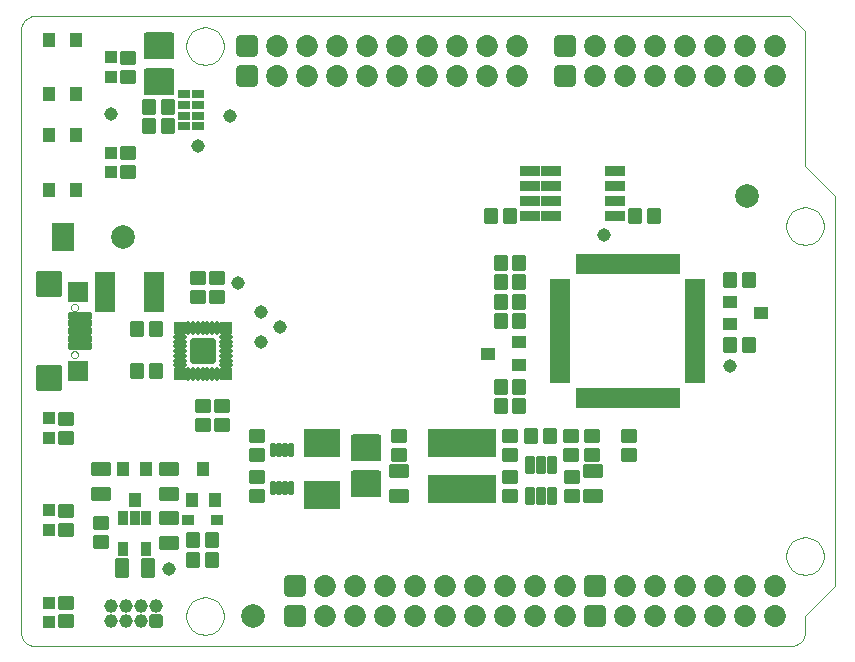
<source format=gbr>
G04 PROTEUS RS274X GERBER FILE*
%FSLAX45Y45*%
%MOMM*%
G01*
%AMPPAD050*
4,1,48,
-0.552000,-0.023800,
-0.552000,0.023800,
-0.550970,0.044920,
-0.547960,0.065350,
-0.543040,0.085000,
-0.527890,0.121580,
-0.506270,0.153910,
-0.478920,0.181270,
-0.446580,0.202890,
-0.410000,0.218040,
-0.390350,0.222960,
-0.369920,0.225970,
-0.348800,0.227000,
0.348800,0.227000,
0.369920,0.225970,
0.390350,0.222960,
0.410000,0.218040,
0.446580,0.202890,
0.478920,0.181270,
0.506270,0.153910,
0.527890,0.121580,
0.543040,0.085000,
0.547960,0.065350,
0.550970,0.044920,
0.552000,0.023800,
0.552000,-0.023800,
0.550970,-0.044920,
0.547960,-0.065350,
0.543040,-0.085000,
0.527890,-0.121580,
0.506270,-0.153910,
0.478920,-0.181270,
0.446580,-0.202890,
0.410000,-0.218040,
0.390350,-0.222960,
0.369920,-0.225970,
0.348800,-0.227000,
-0.348800,-0.227000,
-0.369920,-0.225970,
-0.390350,-0.222960,
-0.410000,-0.218040,
-0.446580,-0.202890,
-0.478920,-0.181270,
-0.506270,-0.153910,
-0.527890,-0.121580,
-0.543040,-0.085000,
-0.547960,-0.065350,
-0.550970,-0.044920,
-0.552000,-0.023800,
0*%
%ADD56PPAD050*%
%AMPPAD051*
4,1,48,
0.023800,-0.552000,
-0.023800,-0.552000,
-0.044920,-0.550970,
-0.065350,-0.547960,
-0.085000,-0.543040,
-0.121580,-0.527890,
-0.153910,-0.506270,
-0.181270,-0.478920,
-0.202890,-0.446580,
-0.218040,-0.410000,
-0.222960,-0.390350,
-0.225970,-0.369920,
-0.227000,-0.348800,
-0.227000,0.348800,
-0.225970,0.369920,
-0.222960,0.390350,
-0.218040,0.410000,
-0.202890,0.446580,
-0.181270,0.478920,
-0.153910,0.506270,
-0.121580,0.527890,
-0.085000,0.543040,
-0.065350,0.547960,
-0.044920,0.550970,
-0.023800,0.552000,
0.023800,0.552000,
0.044920,0.550970,
0.065350,0.547960,
0.085000,0.543040,
0.121580,0.527890,
0.153910,0.506270,
0.181270,0.478920,
0.202890,0.446580,
0.218040,0.410000,
0.222960,0.390350,
0.225970,0.369920,
0.227000,0.348800,
0.227000,-0.348800,
0.225970,-0.369920,
0.222960,-0.390350,
0.218040,-0.410000,
0.202890,-0.446580,
0.181270,-0.478920,
0.153910,-0.506270,
0.121580,-0.527890,
0.085000,-0.543040,
0.065350,-0.547960,
0.044920,-0.550970,
0.023800,-0.552000,
0*%
%ADD57PPAD051*%
%AMPPAD052*
4,1,44,
0.746000,-1.127000,
-0.746000,-1.127000,
-0.785600,-1.125080,
-0.823900,-1.119420,
-0.895940,-1.097610,
-0.960730,-1.062960,
-1.016870,-1.016870,
-1.062960,-0.960730,
-1.097610,-0.895940,
-1.119420,-0.823900,
-1.125080,-0.785600,
-1.127000,-0.746000,
-1.127000,0.746000,
-1.125080,0.785600,
-1.119420,0.823900,
-1.097610,0.895940,
-1.062960,0.960730,
-1.016870,1.016870,
-0.960730,1.062960,
-0.895940,1.097610,
-0.823900,1.119420,
-0.785600,1.125080,
-0.746000,1.127000,
0.746000,1.127000,
0.785600,1.125080,
0.823900,1.119420,
0.895940,1.097610,
0.960730,1.062960,
1.016870,1.016870,
1.062960,0.960730,
1.097610,0.895940,
1.119420,0.823900,
1.125080,0.785600,
1.127000,0.746000,
1.127000,-0.746000,
1.125080,-0.785600,
1.119420,-0.823900,
1.097610,-0.895940,
1.062960,-0.960730,
1.016870,-1.016870,
0.960730,-1.062960,
0.895940,-1.097610,
0.823900,-1.119420,
0.785600,-1.125080,
0.746000,-1.127000,
0*%
%ADD58PPAD052*%
%AMPPAD053*
4,1,36,
0.390000,-0.517000,
-0.390000,-0.517000,
-0.415970,-0.514470,
-0.439980,-0.507200,
-0.461580,-0.495650,
-0.480290,-0.480290,
-0.495650,-0.461570,
-0.507200,-0.439980,
-0.514470,-0.415970,
-0.517000,-0.390000,
-0.517000,0.390000,
-0.514470,0.415970,
-0.507200,0.439980,
-0.495650,0.461570,
-0.480290,0.480290,
-0.461580,0.495650,
-0.439980,0.507200,
-0.415970,0.514470,
-0.390000,0.517000,
0.390000,0.517000,
0.415970,0.514470,
0.439980,0.507200,
0.461580,0.495650,
0.480290,0.480290,
0.495650,0.461570,
0.507200,0.439980,
0.514470,0.415970,
0.517000,0.390000,
0.517000,-0.390000,
0.514470,-0.415970,
0.507200,-0.439980,
0.495650,-0.461570,
0.480290,-0.480290,
0.461580,-0.495650,
0.439980,-0.507200,
0.415970,-0.514470,
0.390000,-0.517000,
0*%
%ADD59PPAD053*%
%AMPPAD054*
4,1,36,
0.977000,0.200000,
0.977000,-0.200000,
0.974470,-0.225970,
0.967200,-0.249980,
0.955650,-0.271580,
0.940290,-0.290290,
0.921570,-0.305650,
0.899980,-0.317200,
0.875970,-0.324470,
0.850000,-0.327000,
-0.850000,-0.327000,
-0.875970,-0.324470,
-0.899980,-0.317200,
-0.921570,-0.305650,
-0.940290,-0.290290,
-0.955650,-0.271580,
-0.967200,-0.249980,
-0.974470,-0.225970,
-0.977000,-0.200000,
-0.977000,0.200000,
-0.974470,0.225970,
-0.967200,0.249980,
-0.955650,0.271580,
-0.940290,0.290290,
-0.921570,0.305650,
-0.899980,0.317200,
-0.875970,0.324470,
-0.850000,0.327000,
0.850000,0.327000,
0.875970,0.324470,
0.899980,0.317200,
0.921570,0.305650,
0.940290,0.290290,
0.955650,0.271580,
0.967200,0.249980,
0.974470,0.225970,
0.977000,0.200000,
0*%
%ADD60PPAD054*%
%AMPPAD055*
4,1,36,
1.077000,0.950000,
1.077000,-0.950000,
1.074470,-0.975970,
1.067200,-0.999980,
1.055650,-1.021580,
1.040290,-1.040290,
1.021570,-1.055650,
0.999980,-1.067200,
0.975970,-1.074470,
0.950000,-1.077000,
-0.950000,-1.077000,
-0.975970,-1.074470,
-0.999980,-1.067200,
-1.021570,-1.055650,
-1.040290,-1.040290,
-1.055650,-1.021580,
-1.067200,-0.999980,
-1.074470,-0.975970,
-1.077000,-0.950000,
-1.077000,0.950000,
-1.074470,0.975970,
-1.067200,0.999980,
-1.055650,1.021580,
-1.040290,1.040290,
-1.021570,1.055650,
-0.999980,1.067200,
-0.975970,1.074470,
-0.950000,1.077000,
0.950000,1.077000,
0.975970,1.074470,
0.999980,1.067200,
1.021570,1.055650,
1.040290,1.040290,
1.055650,1.021580,
1.067200,0.999980,
1.074470,0.975970,
1.077000,0.950000,
0*%
%ADD61PPAD055*%
%AMPPAD056*
4,1,36,
0.877000,0.750000,
0.877000,-0.750000,
0.874470,-0.775970,
0.867200,-0.799980,
0.855650,-0.821580,
0.840290,-0.840290,
0.821570,-0.855650,
0.799980,-0.867200,
0.775970,-0.874470,
0.750000,-0.877000,
-0.750000,-0.877000,
-0.775970,-0.874470,
-0.799980,-0.867200,
-0.821570,-0.855650,
-0.840290,-0.840290,
-0.855650,-0.821580,
-0.867200,-0.799980,
-0.874470,-0.775970,
-0.877000,-0.750000,
-0.877000,0.750000,
-0.874470,0.775970,
-0.867200,0.799980,
-0.855650,0.821580,
-0.840290,0.840290,
-0.821570,0.855650,
-0.799980,0.867200,
-0.775970,0.874470,
-0.750000,0.877000,
0.750000,0.877000,
0.775970,0.874470,
0.799980,0.867200,
0.821570,0.855650,
0.840290,0.840290,
0.855650,0.821580,
0.867200,0.799980,
0.874470,0.775970,
0.877000,0.750000,
0*%
%ADD62PPAD056*%
%AMPPAD057*
4,1,36,
-0.477000,-0.500000,
-0.477000,0.500000,
-0.474470,0.525970,
-0.467200,0.549980,
-0.455650,0.571580,
-0.440290,0.590290,
-0.421570,0.605650,
-0.399980,0.617200,
-0.375970,0.624470,
-0.350000,0.627000,
0.350000,0.627000,
0.375970,0.624470,
0.399980,0.617200,
0.421570,0.605650,
0.440290,0.590290,
0.455650,0.571580,
0.467200,0.549980,
0.474470,0.525970,
0.477000,0.500000,
0.477000,-0.500000,
0.474470,-0.525970,
0.467200,-0.549980,
0.455650,-0.571580,
0.440290,-0.590290,
0.421570,-0.605650,
0.399980,-0.617200,
0.375970,-0.624470,
0.350000,-0.627000,
-0.350000,-0.627000,
-0.375970,-0.624470,
-0.399980,-0.617200,
-0.421570,-0.605650,
-0.440290,-0.590290,
-0.455650,-0.571580,
-0.467200,-0.549980,
-0.474470,-0.525970,
-0.477000,-0.500000,
0*%
%ADD63PPAD057*%
%AMPPAD058*
4,1,36,
-0.527000,-0.400000,
-0.527000,0.400000,
-0.524470,0.425970,
-0.517200,0.449980,
-0.505650,0.471580,
-0.490290,0.490290,
-0.471570,0.505650,
-0.449980,0.517200,
-0.425970,0.524470,
-0.400000,0.527000,
0.400000,0.527000,
0.425970,0.524470,
0.449980,0.517200,
0.471570,0.505650,
0.490290,0.490290,
0.505650,0.471580,
0.517200,0.449980,
0.524470,0.425970,
0.527000,0.400000,
0.527000,-0.400000,
0.524470,-0.425970,
0.517200,-0.449980,
0.505650,-0.471580,
0.490290,-0.490290,
0.471570,-0.505650,
0.449980,-0.517200,
0.425970,-0.524470,
0.400000,-0.527000,
-0.400000,-0.527000,
-0.425970,-0.524470,
-0.449980,-0.517200,
-0.471570,-0.505650,
-0.490290,-0.490290,
-0.505650,-0.471580,
-0.517200,-0.449980,
-0.524470,-0.425970,
-0.527000,-0.400000,
0*%
%ADD64PPAD058*%
%AMPPAD059*
4,1,36,
0.952000,1.100000,
0.952000,-1.100000,
0.949470,-1.125970,
0.942200,-1.149980,
0.930650,-1.171580,
0.915290,-1.190290,
0.896570,-1.205650,
0.874980,-1.217200,
0.850970,-1.224470,
0.825000,-1.227000,
-0.825000,-1.227000,
-0.850970,-1.224470,
-0.874980,-1.217200,
-0.896570,-1.205650,
-0.915290,-1.190290,
-0.930650,-1.171580,
-0.942200,-1.149980,
-0.949470,-1.125970,
-0.952000,-1.100000,
-0.952000,1.100000,
-0.949470,1.125970,
-0.942200,1.149980,
-0.930650,1.171580,
-0.915290,1.190290,
-0.896570,1.205650,
-0.874980,1.217200,
-0.850970,1.224470,
-0.825000,1.227000,
0.825000,1.227000,
0.850970,1.224470,
0.874980,1.217200,
0.896570,1.205650,
0.915290,1.190290,
0.930650,1.171580,
0.942200,1.149980,
0.949470,1.125970,
0.952000,1.100000,
0*%
%ADD65PPAD059*%
%AMPPAD060*
4,1,36,
-0.652000,-0.450000,
-0.652000,0.450000,
-0.649470,0.475970,
-0.642200,0.499980,
-0.630650,0.521580,
-0.615290,0.540290,
-0.596570,0.555650,
-0.574980,0.567200,
-0.550970,0.574470,
-0.525000,0.577000,
0.525000,0.577000,
0.550970,0.574470,
0.574980,0.567200,
0.596570,0.555650,
0.615290,0.540290,
0.630650,0.521580,
0.642200,0.499980,
0.649470,0.475970,
0.652000,0.450000,
0.652000,-0.450000,
0.649470,-0.475970,
0.642200,-0.499980,
0.630650,-0.521580,
0.615290,-0.540290,
0.596570,-0.555650,
0.574980,-0.567200,
0.550970,-0.574470,
0.525000,-0.577000,
-0.525000,-0.577000,
-0.550970,-0.574470,
-0.574980,-0.567200,
-0.596570,-0.555650,
-0.615290,-0.540290,
-0.630650,-0.521580,
-0.642200,-0.499980,
-0.649470,-0.475970,
-0.652000,-0.450000,
0*%
%ADD66PPAD060*%
%AMPPAD061*
4,1,36,
-0.750000,1.727000,
0.750000,1.727000,
0.775970,1.724470,
0.799980,1.717200,
0.821580,1.705650,
0.840290,1.690290,
0.855650,1.671570,
0.867200,1.649980,
0.874470,1.625970,
0.877000,1.600000,
0.877000,-1.600000,
0.874470,-1.625970,
0.867200,-1.649980,
0.855650,-1.671570,
0.840290,-1.690290,
0.821580,-1.705650,
0.799980,-1.717200,
0.775970,-1.724470,
0.750000,-1.727000,
-0.750000,-1.727000,
-0.775970,-1.724470,
-0.799980,-1.717200,
-0.821580,-1.705650,
-0.840290,-1.690290,
-0.855650,-1.671570,
-0.867200,-1.649980,
-0.874470,-1.625970,
-0.877000,-1.600000,
-0.877000,1.600000,
-0.874470,1.625970,
-0.867200,1.649980,
-0.855650,1.671570,
-0.840290,1.690290,
-0.821580,1.705650,
-0.799980,1.717200,
-0.775970,1.724470,
-0.750000,1.727000,
0*%
%ADD67PPAD061*%
%AMPPAD062*
4,1,36,
-0.527000,-0.250000,
-0.527000,0.250000,
-0.524470,0.275970,
-0.517200,0.299980,
-0.505650,0.321580,
-0.490290,0.340290,
-0.471570,0.355650,
-0.449980,0.367200,
-0.425970,0.374470,
-0.400000,0.377000,
0.400000,0.377000,
0.425970,0.374470,
0.449980,0.367200,
0.471570,0.355650,
0.490290,0.340290,
0.505650,0.321580,
0.517200,0.299980,
0.524470,0.275970,
0.527000,0.250000,
0.527000,-0.250000,
0.524470,-0.275970,
0.517200,-0.299980,
0.505650,-0.321580,
0.490290,-0.340290,
0.471570,-0.355650,
0.449980,-0.367200,
0.425970,-0.374470,
0.400000,-0.377000,
-0.400000,-0.377000,
-0.425970,-0.374470,
-0.449980,-0.367200,
-0.471570,-0.355650,
-0.490290,-0.340290,
-0.505650,-0.321580,
-0.517200,-0.299980,
-0.524470,-0.275970,
-0.527000,-0.250000,
0*%
%ADD68PPAD062*%
%AMPPAD063*
4,1,36,
0.450000,-0.652000,
-0.450000,-0.652000,
-0.475970,-0.649470,
-0.499980,-0.642200,
-0.521580,-0.630650,
-0.540290,-0.615290,
-0.555650,-0.596570,
-0.567200,-0.574980,
-0.574470,-0.550970,
-0.577000,-0.525000,
-0.577000,0.525000,
-0.574470,0.550970,
-0.567200,0.574980,
-0.555650,0.596570,
-0.540290,0.615290,
-0.521580,0.630650,
-0.499980,0.642200,
-0.475970,0.649470,
-0.450000,0.652000,
0.450000,0.652000,
0.475970,0.649470,
0.499980,0.642200,
0.521580,0.630650,
0.540290,0.615290,
0.555650,0.596570,
0.567200,0.574980,
0.574470,0.550970,
0.577000,0.525000,
0.577000,-0.525000,
0.574470,-0.550970,
0.567200,-0.574980,
0.555650,-0.596570,
0.540290,-0.615290,
0.521580,-0.630650,
0.499980,-0.642200,
0.475970,-0.649470,
0.450000,-0.652000,
0*%
%ADD69PPAD063*%
%AMPPAD064*
4,1,36,
-1.270000,-1.016000,
-1.270000,1.016000,
-1.267470,1.041970,
-1.260200,1.065980,
-1.248650,1.087580,
-1.233290,1.106290,
-1.214570,1.121650,
-1.192980,1.133200,
-1.168970,1.140470,
-1.143000,1.143000,
1.143000,1.143000,
1.168970,1.140470,
1.192980,1.133200,
1.214570,1.121650,
1.233290,1.106290,
1.248650,1.087580,
1.260200,1.065980,
1.267470,1.041970,
1.270000,1.016000,
1.270000,-1.016000,
1.267470,-1.041970,
1.260200,-1.065980,
1.248650,-1.087580,
1.233290,-1.106290,
1.214570,-1.121650,
1.192980,-1.133200,
1.168970,-1.140470,
1.143000,-1.143000,
-1.143000,-1.143000,
-1.168970,-1.140470,
-1.192980,-1.133200,
-1.214570,-1.121650,
-1.233290,-1.106290,
-1.248650,-1.087580,
-1.260200,-1.065980,
-1.267470,-1.041970,
-1.270000,-1.016000,
0*%
%ADD74PPAD064*%
%AMPPAD065*
4,1,36,
-0.825500,-0.444500,
-0.825500,0.444500,
-0.822970,0.470470,
-0.815700,0.494480,
-0.804150,0.516080,
-0.788790,0.534790,
-0.770070,0.550150,
-0.748480,0.561700,
-0.724470,0.568970,
-0.698500,0.571500,
0.698500,0.571500,
0.724470,0.568970,
0.748480,0.561700,
0.770070,0.550150,
0.788790,0.534790,
0.804150,0.516080,
0.815700,0.494480,
0.822970,0.470470,
0.825500,0.444500,
0.825500,-0.444500,
0.822970,-0.470470,
0.815700,-0.494480,
0.804150,-0.516080,
0.788790,-0.534790,
0.770070,-0.550150,
0.748480,-0.561700,
0.724470,-0.568970,
0.698500,-0.571500,
-0.698500,-0.571500,
-0.724470,-0.568970,
-0.748480,-0.561700,
-0.770070,-0.550150,
-0.788790,-0.534790,
-0.804150,-0.516080,
-0.815700,-0.494480,
-0.822970,-0.470470,
-0.825500,-0.444500,
0*%
%ADD75PPAD065*%
%AMPPAD066*
4,1,48,
0.323000,-0.577000,
-0.323000,-0.577000,
-0.349400,-0.575720,
-0.374930,-0.571950,
-0.399490,-0.565800,
-0.445220,-0.546870,
-0.485650,-0.519840,
-0.519840,-0.485640,
-0.546860,-0.445220,
-0.565800,-0.399490,
-0.571950,-0.374930,
-0.575720,-0.349400,
-0.577000,-0.323000,
-0.577000,0.323000,
-0.575720,0.349400,
-0.571950,0.374930,
-0.565800,0.399490,
-0.546860,0.445220,
-0.519840,0.485640,
-0.485650,0.519840,
-0.445220,0.546870,
-0.399490,0.565800,
-0.374930,0.571950,
-0.349400,0.575720,
-0.323000,0.577000,
0.323000,0.577000,
0.349400,0.575720,
0.374930,0.571950,
0.399490,0.565800,
0.445220,0.546870,
0.485650,0.519840,
0.519840,0.485640,
0.546860,0.445220,
0.565800,0.399490,
0.571950,0.374930,
0.575720,0.349400,
0.577000,0.323000,
0.577000,-0.323000,
0.575720,-0.349400,
0.571950,-0.374930,
0.565800,-0.399490,
0.546860,-0.445220,
0.519840,-0.485640,
0.485650,-0.519840,
0.445220,-0.546870,
0.399490,-0.565800,
0.374930,-0.571950,
0.349400,-0.575720,
0.323000,-0.577000,
0*%
%ADD76PPAD066*%
%ADD77C,1.154000*%
%AMPPAD068*
4,1,44,
-0.546000,0.927000,
0.546000,0.927000,
0.585600,0.925080,
0.623900,0.919420,
0.695940,0.897610,
0.760730,0.862960,
0.816870,0.816870,
0.862960,0.760730,
0.897610,0.695940,
0.919420,0.623900,
0.925080,0.585600,
0.927000,0.546000,
0.927000,-0.546000,
0.925080,-0.585600,
0.919420,-0.623900,
0.897610,-0.695940,
0.862960,-0.760730,
0.816870,-0.816870,
0.760730,-0.862960,
0.695940,-0.897610,
0.623900,-0.919420,
0.585600,-0.925080,
0.546000,-0.927000,
-0.546000,-0.927000,
-0.585600,-0.925080,
-0.623900,-0.919420,
-0.695940,-0.897610,
-0.760730,-0.862960,
-0.816870,-0.816870,
-0.862960,-0.760730,
-0.897610,-0.695940,
-0.919420,-0.623900,
-0.925080,-0.585600,
-0.927000,-0.546000,
-0.927000,0.546000,
-0.925080,0.585600,
-0.919420,0.623900,
-0.897610,0.695940,
-0.862960,0.760730,
-0.816870,0.816870,
-0.760730,0.862960,
-0.695940,0.897610,
-0.623900,0.919420,
-0.585600,0.925080,
-0.546000,0.927000,
0*%
%ADD78PPAD068*%
%ADD79C,1.854000*%
%AMPPAD070*
4,1,36,
-0.300000,0.727000,
0.300000,0.727000,
0.325970,0.724470,
0.349980,0.717200,
0.371580,0.705650,
0.390290,0.690290,
0.405650,0.671570,
0.417200,0.649980,
0.424470,0.625970,
0.427000,0.600000,
0.427000,-0.600000,
0.424470,-0.625970,
0.417200,-0.649980,
0.405650,-0.671570,
0.390290,-0.690290,
0.371580,-0.705650,
0.349980,-0.717200,
0.325970,-0.724470,
0.300000,-0.727000,
-0.300000,-0.727000,
-0.325970,-0.724470,
-0.349980,-0.717200,
-0.371580,-0.705650,
-0.390290,-0.690290,
-0.405650,-0.671570,
-0.417200,-0.649980,
-0.424470,-0.625970,
-0.427000,-0.600000,
-0.427000,0.600000,
-0.424470,0.625970,
-0.417200,0.649980,
-0.405650,0.671570,
-0.390290,0.690290,
-0.371580,0.705650,
-0.349980,0.717200,
-0.325970,0.724470,
-0.300000,0.727000,
0*%
%ADD80PPAD070*%
%AMPPAD071*
4,1,36,
2.750000,-1.202000,
-2.750000,-1.202000,
-2.775970,-1.199470,
-2.799980,-1.192200,
-2.821580,-1.180650,
-2.840290,-1.165290,
-2.855650,-1.146570,
-2.867200,-1.124980,
-2.874470,-1.100970,
-2.877000,-1.075000,
-2.877000,1.075000,
-2.874470,1.100970,
-2.867200,1.124980,
-2.855650,1.146570,
-2.840290,1.165290,
-2.821580,1.180650,
-2.799980,1.192200,
-2.775970,1.199470,
-2.750000,1.202000,
2.750000,1.202000,
2.775970,1.199470,
2.799980,1.192200,
2.821580,1.180650,
2.840290,1.165290,
2.855650,1.146570,
2.867200,1.124980,
2.874470,1.100970,
2.877000,1.075000,
2.877000,-1.075000,
2.874470,-1.100970,
2.867200,-1.124980,
2.855650,-1.146570,
2.840290,-1.165290,
2.821580,-1.180650,
2.799980,-1.192200,
2.775970,-1.199470,
2.750000,-1.202000,
0*%
%ADD81PPAD071*%
%AMPPAD072*
4,1,36,
0.275000,-0.877000,
-0.275000,-0.877000,
-0.300970,-0.874470,
-0.324980,-0.867200,
-0.346580,-0.855650,
-0.365290,-0.840290,
-0.380650,-0.821570,
-0.392200,-0.799980,
-0.399470,-0.775970,
-0.402000,-0.750000,
-0.402000,0.750000,
-0.399470,0.775970,
-0.392200,0.799980,
-0.380650,0.821570,
-0.365290,0.840290,
-0.346580,0.855650,
-0.324980,0.867200,
-0.300970,0.874470,
-0.275000,0.877000,
0.275000,0.877000,
0.300970,0.874470,
0.324980,0.867200,
0.346580,0.855650,
0.365290,0.840290,
0.380650,0.821570,
0.392200,0.799980,
0.399470,0.775970,
0.402000,0.750000,
0.402000,-0.750000,
0.399470,-0.775970,
0.392200,-0.799980,
0.380650,-0.821570,
0.365290,-0.840290,
0.346580,-0.855650,
0.324980,-0.867200,
0.300970,-0.874470,
0.275000,-0.877000,
0*%
%ADD82PPAD072*%
%AMPPAD073*
4,1,36,
0.877000,0.275000,
0.877000,-0.275000,
0.874470,-0.300970,
0.867200,-0.324980,
0.855650,-0.346580,
0.840290,-0.365290,
0.821570,-0.380650,
0.799980,-0.392200,
0.775970,-0.399470,
0.750000,-0.402000,
-0.750000,-0.402000,
-0.775970,-0.399470,
-0.799980,-0.392200,
-0.821570,-0.380650,
-0.840290,-0.365290,
-0.855650,-0.346580,
-0.867200,-0.324980,
-0.874470,-0.300970,
-0.877000,-0.275000,
-0.877000,0.275000,
-0.874470,0.300970,
-0.867200,0.324980,
-0.855650,0.346580,
-0.840290,0.365290,
-0.821570,0.380650,
-0.799980,0.392200,
-0.775970,0.399470,
-0.750000,0.402000,
0.750000,0.402000,
0.775970,0.399470,
0.799980,0.392200,
0.821570,0.380650,
0.840290,0.365290,
0.855650,0.346580,
0.867200,0.324980,
0.874470,0.300970,
0.877000,0.275000,
0*%
%ADD83PPAD073*%
%AMPPAD074*
4,1,36,
0.355600,-0.622300,
-0.355600,-0.622300,
-0.381570,-0.619770,
-0.405580,-0.612500,
-0.427180,-0.600950,
-0.445890,-0.585590,
-0.461250,-0.566870,
-0.472800,-0.545280,
-0.480070,-0.521270,
-0.482600,-0.495300,
-0.482600,0.495300,
-0.480070,0.521270,
-0.472800,0.545280,
-0.461250,0.566870,
-0.445890,0.585590,
-0.427180,0.600950,
-0.405580,0.612500,
-0.381570,0.619770,
-0.355600,0.622300,
0.355600,0.622300,
0.381570,0.619770,
0.405580,0.612500,
0.427180,0.600950,
0.445890,0.585590,
0.461250,0.566870,
0.472800,0.545280,
0.480070,0.521270,
0.482600,0.495300,
0.482600,-0.495300,
0.480070,-0.521270,
0.472800,-0.545280,
0.461250,-0.566870,
0.445890,-0.585590,
0.427180,-0.600950,
0.405580,-0.612500,
0.381570,-0.619770,
0.355600,-0.622300,
0*%
%ADD84PPAD074*%
%AMPPAD075*
4,1,36,
-0.622300,-0.355600,
-0.622300,0.355600,
-0.619770,0.381570,
-0.612500,0.405580,
-0.600950,0.427180,
-0.585590,0.445890,
-0.566870,0.461250,
-0.545280,0.472800,
-0.521270,0.480070,
-0.495300,0.482600,
0.495300,0.482600,
0.521270,0.480070,
0.545280,0.472800,
0.566870,0.461250,
0.585590,0.445890,
0.600950,0.427180,
0.612500,0.405580,
0.619770,0.381570,
0.622300,0.355600,
0.622300,-0.355600,
0.619770,-0.381570,
0.612500,-0.405580,
0.600950,-0.427180,
0.585590,-0.445890,
0.566870,-0.461250,
0.545280,-0.472800,
0.521270,-0.480070,
0.495300,-0.482600,
-0.495300,-0.482600,
-0.521270,-0.480070,
-0.545280,-0.472800,
-0.566870,-0.461250,
-0.585590,-0.445890,
-0.600950,-0.427180,
-0.612500,-0.405580,
-0.619770,-0.381570,
-0.622300,-0.355600,
0*%
%ADD85PPAD075*%
%ADD86C,1.143000*%
%ADD87C,2.000000*%
%AMPPAD078*
4,1,36,
0.527000,0.300000,
0.527000,-0.300000,
0.524470,-0.325970,
0.517200,-0.349980,
0.505650,-0.371580,
0.490290,-0.390290,
0.471570,-0.405650,
0.449980,-0.417200,
0.425970,-0.424470,
0.400000,-0.427000,
-0.400000,-0.427000,
-0.425970,-0.424470,
-0.449980,-0.417200,
-0.471570,-0.405650,
-0.490290,-0.390290,
-0.505650,-0.371580,
-0.517200,-0.349980,
-0.524470,-0.325970,
-0.527000,-0.300000,
-0.527000,0.300000,
-0.524470,0.325970,
-0.517200,0.349980,
-0.505650,0.371580,
-0.490290,0.390290,
-0.471570,0.405650,
-0.449980,0.417200,
-0.425970,0.424470,
-0.400000,0.427000,
0.400000,0.427000,
0.425970,0.424470,
0.449980,0.417200,
0.471570,0.405650,
0.490290,0.390290,
0.505650,0.371580,
0.517200,0.349980,
0.524470,0.325970,
0.527000,0.300000,
0*%
%ADD88PPAD078*%
%AMPPAD079*
4,1,36,
1.375000,-1.207000,
-1.375000,-1.207000,
-1.400970,-1.204470,
-1.424980,-1.197200,
-1.446580,-1.185650,
-1.465290,-1.170290,
-1.480650,-1.151570,
-1.492200,-1.129980,
-1.499470,-1.105970,
-1.502000,-1.080000,
-1.502000,1.080000,
-1.499470,1.105970,
-1.492200,1.129980,
-1.480650,1.151570,
-1.465290,1.170290,
-1.446580,1.185650,
-1.424980,1.197200,
-1.400970,1.204470,
-1.375000,1.207000,
1.375000,1.207000,
1.400970,1.204470,
1.424980,1.197200,
1.446580,1.185650,
1.465290,1.170290,
1.480650,1.151570,
1.492200,1.129980,
1.499470,1.105970,
1.502000,1.080000,
1.502000,-1.080000,
1.499470,-1.105970,
1.492200,-1.129980,
1.480650,-1.151570,
1.465290,-1.170290,
1.446580,-1.185650,
1.424980,-1.197200,
1.400970,-1.204470,
1.375000,-1.207000,
0*%
%ADD89PPAD079*%
%AMPPAD080*
4,1,36,
-0.277000,-0.425000,
-0.277000,0.425000,
-0.274470,0.450970,
-0.267200,0.474980,
-0.255650,0.496580,
-0.240290,0.515290,
-0.221570,0.530650,
-0.199980,0.542200,
-0.175970,0.549470,
-0.150000,0.552000,
0.150000,0.552000,
0.175970,0.549470,
0.199980,0.542200,
0.221570,0.530650,
0.240290,0.515290,
0.255650,0.496580,
0.267200,0.474980,
0.274470,0.450970,
0.277000,0.425000,
0.277000,-0.425000,
0.274470,-0.450970,
0.267200,-0.474980,
0.255650,-0.496580,
0.240290,-0.515290,
0.221570,-0.530650,
0.199980,-0.542200,
0.175970,-0.549470,
0.150000,-0.552000,
-0.150000,-0.552000,
-0.175970,-0.549470,
-0.199980,-0.542200,
-0.221570,-0.530650,
-0.240290,-0.515290,
-0.255650,-0.496580,
-0.267200,-0.474980,
-0.274470,-0.450970,
-0.277000,-0.425000,
0*%
%ADD90PPAD080*%
%AMPPAD081*
4,1,36,
0.330000,-0.627000,
-0.330000,-0.627000,
-0.355970,-0.624470,
-0.379980,-0.617200,
-0.401580,-0.605650,
-0.420290,-0.590290,
-0.435650,-0.571570,
-0.447200,-0.549980,
-0.454470,-0.525970,
-0.457000,-0.500000,
-0.457000,0.500000,
-0.454470,0.525970,
-0.447200,0.549980,
-0.435650,0.571570,
-0.420290,0.590290,
-0.401580,0.605650,
-0.379980,0.617200,
-0.355970,0.624470,
-0.330000,0.627000,
0.330000,0.627000,
0.355970,0.624470,
0.379980,0.617200,
0.401580,0.605650,
0.420290,0.590290,
0.435650,0.571570,
0.447200,0.549980,
0.454470,0.525970,
0.457000,0.500000,
0.457000,-0.500000,
0.454470,-0.525970,
0.447200,-0.549980,
0.435650,-0.571570,
0.420290,-0.590290,
0.401580,-0.605650,
0.379980,-0.617200,
0.355970,-0.624470,
0.330000,-0.627000,
0*%
%ADD91PPAD081*%
%AMPPAD082*
4,1,36,
0.444500,-0.825500,
-0.444500,-0.825500,
-0.470470,-0.822970,
-0.494480,-0.815700,
-0.516080,-0.804150,
-0.534790,-0.788790,
-0.550150,-0.770070,
-0.561700,-0.748480,
-0.568970,-0.724470,
-0.571500,-0.698500,
-0.571500,0.698500,
-0.568970,0.724470,
-0.561700,0.748480,
-0.550150,0.770070,
-0.534790,0.788790,
-0.516080,0.804150,
-0.494480,0.815700,
-0.470470,0.822970,
-0.444500,0.825500,
0.444500,0.825500,
0.470470,0.822970,
0.494480,0.815700,
0.516080,0.804150,
0.534790,0.788790,
0.550150,0.770070,
0.561700,0.748480,
0.568970,0.724470,
0.571500,0.698500,
0.571500,-0.698500,
0.568970,-0.724470,
0.561700,-0.748480,
0.550150,-0.770070,
0.534790,-0.788790,
0.516080,-0.804150,
0.494480,-0.815700,
0.470470,-0.822970,
0.444500,-0.825500,
0*%
%ADD92PPAD082*%
%AMPPAD083*
4,1,36,
0.863600,0.317500,
0.863600,-0.317500,
0.861070,-0.343470,
0.853800,-0.367480,
0.842250,-0.389080,
0.826890,-0.407790,
0.808170,-0.423150,
0.786580,-0.434700,
0.762570,-0.441970,
0.736600,-0.444500,
-0.736600,-0.444500,
-0.762570,-0.441970,
-0.786580,-0.434700,
-0.808170,-0.423150,
-0.826890,-0.407790,
-0.842250,-0.389080,
-0.853800,-0.367480,
-0.861070,-0.343470,
-0.863600,-0.317500,
-0.863600,0.317500,
-0.861070,0.343470,
-0.853800,0.367480,
-0.842250,0.389080,
-0.826890,0.407790,
-0.808170,0.423150,
-0.786580,0.434700,
-0.762570,0.441970,
-0.736600,0.444500,
0.736600,0.444500,
0.762570,0.441970,
0.786580,0.434700,
0.808170,0.423150,
0.826890,0.407790,
0.842250,0.389080,
0.853800,0.367480,
0.861070,0.343470,
0.863600,0.317500,
0*%
%ADD93PPAD083*%
%ADD52C,0.025400*%
D56*
X+1736200Y+2377250D03*
X+1736200Y+2417250D03*
X+1736200Y+2457250D03*
X+1736200Y+2497250D03*
X+1736200Y+2537250D03*
X+1736200Y+2577250D03*
X+1736200Y+2617250D03*
D57*
X+1661200Y+2692250D03*
X+1621200Y+2692250D03*
X+1581200Y+2692250D03*
X+1541200Y+2692250D03*
X+1501200Y+2692250D03*
X+1461200Y+2692250D03*
X+1421200Y+2692250D03*
D56*
X+1346200Y+2617250D03*
X+1346200Y+2577250D03*
X+1346200Y+2537250D03*
X+1346200Y+2497250D03*
X+1346200Y+2457250D03*
X+1346200Y+2417250D03*
X+1346200Y+2377250D03*
D57*
X+1421200Y+2302250D03*
X+1461200Y+2302250D03*
X+1501200Y+2302250D03*
X+1541200Y+2302250D03*
X+1581200Y+2302250D03*
X+1621200Y+2302250D03*
X+1661200Y+2302250D03*
D58*
X+1541200Y+2497250D03*
D59*
X+1736200Y+2302250D03*
X+1736200Y+2692250D03*
X+1346200Y+2692250D03*
X+1346200Y+2302250D03*
D60*
X+501650Y+2797000D03*
X+501650Y+2732000D03*
X+501650Y+2667000D03*
X+501650Y+2602000D03*
X+501650Y+2537000D03*
D61*
X+241650Y+2272000D03*
D62*
X+486650Y+2332000D03*
X+486650Y+3002000D03*
D61*
X+241650Y+3062000D03*
D63*
X+466300Y+3864350D03*
X+466300Y+4324350D03*
X+241300Y+4324350D03*
X+241300Y+3864350D03*
X+466300Y+4670800D03*
X+466300Y+5130800D03*
X+241300Y+5130800D03*
X+241300Y+4670800D03*
D64*
X+762000Y+4819650D03*
X+762000Y+4984650D03*
X+241300Y+368200D03*
X+241300Y+203200D03*
D65*
X+355600Y+3467100D03*
D66*
X+387350Y+984350D03*
X+387350Y+1144350D03*
X+387350Y+368200D03*
X+387350Y+208200D03*
D64*
X+241300Y+1149350D03*
X+241300Y+984350D03*
D67*
X+711200Y+3000200D03*
X+1131200Y+3000200D03*
D68*
X+1504300Y+4400550D03*
X+1504300Y+4490550D03*
X+1504300Y+4580550D03*
X+1504300Y+4670550D03*
X+1384300Y+4670550D03*
X+1384300Y+4580550D03*
X+1384300Y+4490550D03*
X+1384300Y+4400550D03*
D69*
X+1244600Y+4400550D03*
X+1084600Y+4400550D03*
D74*
X+1168400Y+4780000D03*
X+1168400Y+5080000D03*
D69*
X+1244600Y+4565650D03*
X+1084600Y+4565650D03*
X+1149350Y+2686800D03*
X+989350Y+2686800D03*
D66*
X+1501200Y+3117700D03*
X+1501200Y+2957700D03*
X+387350Y+1765400D03*
X+387350Y+1925400D03*
X+908050Y+4011950D03*
X+908050Y+4171950D03*
D64*
X+762000Y+4013200D03*
X+762000Y+4178200D03*
D69*
X+1149350Y+2331200D03*
X+989350Y+2331200D03*
D66*
X+1541200Y+2035550D03*
X+1541200Y+1875550D03*
X+1706300Y+1875550D03*
X+1706300Y+2035550D03*
D69*
X+4140200Y+3644900D03*
X+3980200Y+3644900D03*
D75*
X+1256030Y+1286610D03*
X+1256030Y+1499970D03*
D76*
X+1149350Y+208200D03*
D77*
X+1149350Y+335200D03*
X+1022350Y+208200D03*
X+1022350Y+335200D03*
X+895350Y+208200D03*
X+895350Y+335200D03*
X+768350Y+208200D03*
X+768350Y+335200D03*
D66*
X+1666300Y+2957700D03*
X+1666300Y+3117700D03*
D78*
X+4864100Y+254000D03*
D79*
X+5118100Y+254000D03*
X+5372100Y+254000D03*
X+5626100Y+254000D03*
X+5880100Y+254000D03*
X+6134100Y+254000D03*
X+6388100Y+254000D03*
D78*
X+2324100Y+254000D03*
D79*
X+2578100Y+254000D03*
X+2832100Y+254000D03*
X+3086100Y+254000D03*
X+3340100Y+254000D03*
X+3594100Y+254000D03*
X+3848100Y+254000D03*
X+4102100Y+254000D03*
X+4356100Y+254000D03*
X+4610100Y+254000D03*
D78*
X+1917700Y+5080000D03*
D79*
X+2171700Y+5080000D03*
X+2425700Y+5080000D03*
X+2679700Y+5080000D03*
X+2933700Y+5080000D03*
X+3187700Y+5080000D03*
X+3441700Y+5080000D03*
X+3695700Y+5080000D03*
X+3949700Y+5080000D03*
X+4203700Y+5080000D03*
D78*
X+4610100Y+5080000D03*
D79*
X+4864100Y+5080000D03*
X+5118100Y+5080000D03*
X+5372100Y+5080000D03*
X+5626100Y+5080000D03*
X+5880100Y+5080000D03*
X+6134100Y+5080000D03*
X+6388100Y+5080000D03*
D80*
X+4312150Y+1270000D03*
X+4407150Y+1270000D03*
X+4502150Y+1270000D03*
X+4502150Y+1530000D03*
X+4407150Y+1530000D03*
X+4312150Y+1530000D03*
D81*
X+3733800Y+1333500D03*
X+3733800Y+1718500D03*
D82*
X+5541650Y+3236999D03*
X+5461650Y+3236999D03*
X+5381650Y+3236999D03*
X+5301650Y+3236999D03*
X+5221650Y+3236999D03*
X+5141650Y+3236999D03*
X+5061650Y+3236999D03*
X+4981650Y+3236999D03*
X+4901650Y+3236999D03*
X+4821650Y+3236999D03*
X+4741650Y+3236999D03*
D83*
X+4571650Y+3066999D03*
X+4571650Y+2986999D03*
X+4571650Y+2906999D03*
X+4571650Y+2826999D03*
X+4571650Y+2746999D03*
X+4571650Y+2666999D03*
X+4571650Y+2586999D03*
X+4571650Y+2506999D03*
X+4571650Y+2426999D03*
X+4571650Y+2346999D03*
X+4571650Y+2266999D03*
D82*
X+4741650Y+2096999D03*
X+4821650Y+2096999D03*
X+4901650Y+2096999D03*
X+4981650Y+2096999D03*
X+5061650Y+2096999D03*
X+5141650Y+2096999D03*
X+5221650Y+2096999D03*
X+5301650Y+2096999D03*
X+5381650Y+2096999D03*
X+5461650Y+2096999D03*
X+5541650Y+2096999D03*
D83*
X+5711650Y+2266999D03*
X+5711650Y+2346999D03*
X+5711650Y+2426999D03*
X+5711650Y+2506999D03*
X+5711650Y+2586999D03*
X+5711650Y+2666999D03*
X+5711650Y+2746999D03*
X+5711650Y+2826999D03*
X+5711650Y+2906999D03*
X+5711650Y+2986999D03*
X+5711650Y+3066999D03*
D66*
X+4667250Y+1270000D03*
X+4667250Y+1430000D03*
D75*
X+4845050Y+1270000D03*
X+4845050Y+1483360D03*
D66*
X+4146550Y+1270000D03*
X+4146550Y+1430000D03*
D75*
X+3204150Y+1269500D03*
X+3204150Y+1482860D03*
D66*
X+3204150Y+1778750D03*
X+3204150Y+1618750D03*
X+4664650Y+1618750D03*
X+4664650Y+1778750D03*
D69*
X+4321750Y+1778750D03*
X+4481750Y+1778750D03*
D66*
X+4842450Y+1778750D03*
X+4842450Y+1618750D03*
X+4143950Y+1778750D03*
X+4143950Y+1618750D03*
D84*
X+1454150Y+1238350D03*
X+1644650Y+1238350D03*
X+1548130Y+1499970D03*
D69*
X+1620500Y+730350D03*
X+1460500Y+730350D03*
X+1460500Y+895450D03*
X+1620500Y+895450D03*
D66*
X+908050Y+4818400D03*
X+908050Y+4978400D03*
D69*
X+4064000Y+3079750D03*
X+4224000Y+3079750D03*
X+4064000Y+3244850D03*
X+4224000Y+3244850D03*
X+4064000Y+2914650D03*
X+4224000Y+2914650D03*
X+6010100Y+3098799D03*
X+6170100Y+3098799D03*
D85*
X+6010100Y+2914649D03*
X+6010100Y+2724149D03*
X+6271720Y+2820669D03*
D69*
X+5201900Y+3644900D03*
X+5361900Y+3644900D03*
D66*
X+5153600Y+1778750D03*
X+5153600Y+1618750D03*
D69*
X+6010100Y+2546349D03*
X+6170100Y+2546349D03*
X+4224000Y+2749550D03*
X+4064000Y+2749550D03*
D85*
X+4216400Y+2381250D03*
X+4216400Y+2571750D03*
X+3954780Y+2475230D03*
D69*
X+4064000Y+2197100D03*
X+4224000Y+2197100D03*
X+4224000Y+2032000D03*
X+4064000Y+2032000D03*
D86*
X+762000Y+4502150D03*
D64*
X+241300Y+1930400D03*
X+241300Y+1765400D03*
D86*
X+1504300Y+4236550D03*
X+2034650Y+2577250D03*
X+2034650Y+2831250D03*
X+1777350Y+4490550D03*
X+4937200Y+3478299D03*
X+6010100Y+2374899D03*
X+2199750Y+2704250D03*
X+1257300Y+654050D03*
D87*
X+863600Y+3467100D03*
X+1968500Y+254000D03*
X+6146800Y+3810000D03*
D88*
X+1419860Y+1066800D03*
X+1659860Y+1066800D03*
D89*
X+2552700Y+1720850D03*
X+2552700Y+1278850D03*
D90*
X+2136000Y+1341350D03*
X+2186000Y+1341350D03*
X+2236000Y+1341350D03*
X+2286000Y+1341350D03*
X+2286000Y+1657350D03*
X+2236000Y+1657350D03*
X+2186000Y+1657350D03*
X+2136000Y+1657350D03*
D66*
X+2001450Y+1269500D03*
X+2001450Y+1429500D03*
X+2001450Y+1781300D03*
X+2001450Y+1621300D03*
D74*
X+2927350Y+1676400D03*
X+2927350Y+1376400D03*
D78*
X+2324100Y+508000D03*
D79*
X+2578100Y+508000D03*
X+2832100Y+508000D03*
X+3086100Y+508000D03*
X+3340100Y+508000D03*
X+3594100Y+508000D03*
X+3848100Y+508000D03*
X+4102100Y+508000D03*
X+4356100Y+508000D03*
X+4610100Y+508000D03*
D78*
X+4864100Y+508000D03*
D79*
X+5118100Y+508000D03*
X+5372100Y+508000D03*
X+5626100Y+508000D03*
X+5880100Y+508000D03*
X+6134100Y+508000D03*
X+6388100Y+508000D03*
D78*
X+4610100Y+4826000D03*
D79*
X+4864100Y+4826000D03*
X+5118100Y+4826000D03*
X+5372100Y+4826000D03*
X+5626100Y+4826000D03*
X+5880100Y+4826000D03*
X+6134100Y+4826000D03*
X+6388100Y+4826000D03*
D78*
X+1917700Y+4826000D03*
D79*
X+2171700Y+4826000D03*
X+2425700Y+4826000D03*
X+2679700Y+4826000D03*
X+2933700Y+4826000D03*
X+3187700Y+4826000D03*
X+3441700Y+4826000D03*
X+3695700Y+4826000D03*
X+3949700Y+4826000D03*
X+4203700Y+4826000D03*
D91*
X+1060200Y+1085950D03*
X+965200Y+1085950D03*
X+870200Y+1085950D03*
X+870200Y+825950D03*
X+1060200Y+825950D03*
D84*
X+1059180Y+1499970D03*
X+868680Y+1499970D03*
X+965200Y+1238350D03*
D75*
X+678180Y+1499970D03*
X+678180Y+1286610D03*
D66*
X+679200Y+881500D03*
X+679200Y+1041500D03*
D92*
X+1075690Y+657960D03*
X+862330Y+657960D03*
D75*
X+1257050Y+1085950D03*
X+1257050Y+872590D03*
D86*
X+1837750Y+3073250D03*
D93*
X+5030700Y+3644900D03*
X+5030700Y+3771900D03*
X+5030700Y+3898900D03*
X+5030700Y+4025900D03*
X+4490700Y+4025900D03*
X+4313150Y+4025900D03*
X+4313150Y+3898900D03*
X+4490700Y+3898900D03*
X+4313150Y+3771900D03*
X+4490700Y+3771900D03*
X+4313150Y+3644900D03*
X+4490700Y+3644900D03*
D52*
X+6800850Y+762000D02*
X+6800320Y+774958D01*
X+6796016Y+800876D01*
X+6787025Y+826794D01*
X+6772380Y+852712D01*
X+6749976Y+878466D01*
X+6724058Y+897958D01*
X+6698140Y+910530D01*
X+6672222Y+917866D01*
X+6646304Y+920694D01*
X+6642100Y+920750D01*
X+6483350Y+762000D02*
X+6483880Y+774958D01*
X+6488184Y+800876D01*
X+6497175Y+826794D01*
X+6511820Y+852712D01*
X+6534224Y+878466D01*
X+6560142Y+897958D01*
X+6586060Y+910530D01*
X+6611978Y+917866D01*
X+6637896Y+920694D01*
X+6642100Y+920750D01*
X+6483350Y+762000D02*
X+6483880Y+749042D01*
X+6488184Y+723124D01*
X+6497175Y+697206D01*
X+6511820Y+671288D01*
X+6534224Y+645534D01*
X+6560142Y+626042D01*
X+6586060Y+613470D01*
X+6611978Y+606134D01*
X+6637896Y+603306D01*
X+6642100Y+603250D01*
X+6800850Y+762000D02*
X+6800320Y+749042D01*
X+6796016Y+723124D01*
X+6787025Y+697206D01*
X+6772380Y+671288D01*
X+6749976Y+645534D01*
X+6724058Y+626042D01*
X+6698140Y+613470D01*
X+6672222Y+606134D01*
X+6646304Y+603306D01*
X+6642100Y+603250D01*
X+6800850Y+3556000D02*
X+6800320Y+3568958D01*
X+6796016Y+3594876D01*
X+6787025Y+3620794D01*
X+6772380Y+3646712D01*
X+6749976Y+3672466D01*
X+6724058Y+3691958D01*
X+6698140Y+3704530D01*
X+6672222Y+3711866D01*
X+6646304Y+3714694D01*
X+6642100Y+3714750D01*
X+6483350Y+3556000D02*
X+6483880Y+3568958D01*
X+6488184Y+3594876D01*
X+6497175Y+3620794D01*
X+6511820Y+3646712D01*
X+6534224Y+3672466D01*
X+6560142Y+3691958D01*
X+6586060Y+3704530D01*
X+6611978Y+3711866D01*
X+6637896Y+3714694D01*
X+6642100Y+3714750D01*
X+6483350Y+3556000D02*
X+6483880Y+3543042D01*
X+6488184Y+3517124D01*
X+6497175Y+3491206D01*
X+6511820Y+3465288D01*
X+6534224Y+3439534D01*
X+6560142Y+3420042D01*
X+6586060Y+3407470D01*
X+6611978Y+3400134D01*
X+6637896Y+3397306D01*
X+6642100Y+3397250D01*
X+6800850Y+3556000D02*
X+6800320Y+3543042D01*
X+6796016Y+3517124D01*
X+6787025Y+3491206D01*
X+6772380Y+3465288D01*
X+6749976Y+3439534D01*
X+6724058Y+3420042D01*
X+6698140Y+3407470D01*
X+6672222Y+3400134D01*
X+6646304Y+3397306D01*
X+6642100Y+3397250D01*
X+1720850Y+5080000D02*
X+1720320Y+5092958D01*
X+1716016Y+5118876D01*
X+1707025Y+5144794D01*
X+1692380Y+5170712D01*
X+1669976Y+5196466D01*
X+1644058Y+5215958D01*
X+1618140Y+5228530D01*
X+1592222Y+5235866D01*
X+1566304Y+5238694D01*
X+1562100Y+5238750D01*
X+1403350Y+5080000D02*
X+1403880Y+5092958D01*
X+1408184Y+5118876D01*
X+1417175Y+5144794D01*
X+1431820Y+5170712D01*
X+1454224Y+5196466D01*
X+1480142Y+5215958D01*
X+1506060Y+5228530D01*
X+1531978Y+5235866D01*
X+1557896Y+5238694D01*
X+1562100Y+5238750D01*
X+1403350Y+5080000D02*
X+1403880Y+5067042D01*
X+1408184Y+5041124D01*
X+1417175Y+5015206D01*
X+1431820Y+4989288D01*
X+1454224Y+4963534D01*
X+1480142Y+4944042D01*
X+1506060Y+4931470D01*
X+1531978Y+4924134D01*
X+1557896Y+4921306D01*
X+1562100Y+4921250D01*
X+1720850Y+5080000D02*
X+1720320Y+5067042D01*
X+1716016Y+5041124D01*
X+1707025Y+5015206D01*
X+1692380Y+4989288D01*
X+1669976Y+4963534D01*
X+1644058Y+4944042D01*
X+1618140Y+4931470D01*
X+1592222Y+4924134D01*
X+1566304Y+4921306D01*
X+1562100Y+4921250D01*
X+1720850Y+254000D02*
X+1720320Y+266958D01*
X+1716016Y+292876D01*
X+1707025Y+318794D01*
X+1692380Y+344712D01*
X+1669976Y+370466D01*
X+1644058Y+389958D01*
X+1618140Y+402530D01*
X+1592222Y+409866D01*
X+1566304Y+412694D01*
X+1562100Y+412750D01*
X+1403350Y+254000D02*
X+1403880Y+266958D01*
X+1408184Y+292876D01*
X+1417175Y+318794D01*
X+1431820Y+344712D01*
X+1454224Y+370466D01*
X+1480142Y+389958D01*
X+1506060Y+402530D01*
X+1531978Y+409866D01*
X+1557896Y+412694D01*
X+1562100Y+412750D01*
X+1403350Y+254000D02*
X+1403880Y+241042D01*
X+1408184Y+215124D01*
X+1417175Y+189206D01*
X+1431820Y+163288D01*
X+1454224Y+137534D01*
X+1480142Y+118042D01*
X+1506060Y+105470D01*
X+1531978Y+98134D01*
X+1557896Y+95306D01*
X+1562100Y+95250D01*
X+1720850Y+254000D02*
X+1720320Y+241042D01*
X+1716016Y+215124D01*
X+1707025Y+189206D01*
X+1692380Y+163288D01*
X+1669976Y+137534D01*
X+1644058Y+118042D01*
X+1618140Y+105470D01*
X+1592222Y+98134D01*
X+1566304Y+95306D01*
X+1562100Y+95250D01*
X+127000Y+0D02*
X+101032Y+2527D01*
X+77018Y+9798D01*
X+55423Y+21347D01*
X+36711Y+36711D01*
X+21348Y+55423D01*
X+9798Y+77018D01*
X+2527Y+101032D01*
X+0Y+127000D01*
X+0Y+5207000D01*
X+2527Y+5232967D01*
X+9798Y+5256981D01*
X+21348Y+5278577D01*
X+36711Y+5297289D01*
X+55423Y+5312652D01*
X+77018Y+5324202D01*
X+101032Y+5331473D01*
X+127000Y+5334000D01*
X+6515100Y+5334000D01*
X+6642100Y+5207000D01*
X+6642100Y+4064000D01*
X+6896100Y+3810000D01*
X+6896100Y+508000D01*
X+6642100Y+254000D01*
X+6642100Y+127000D01*
X+6639573Y+101032D01*
X+6632302Y+77018D01*
X+6620752Y+55423D01*
X+6605389Y+36711D01*
X+6586677Y+21347D01*
X+6565081Y+9798D01*
X+6541067Y+2527D01*
X+6515100Y+0D01*
X+127000Y+0D01*
X+486650Y+2467000D02*
X+486547Y+2469489D01*
X+485705Y+2474469D01*
X+483945Y+2479449D01*
X+481068Y+2484429D01*
X+476667Y+2489345D01*
X+471687Y+2492959D01*
X+466707Y+2495264D01*
X+461727Y+2496567D01*
X+456747Y+2497000D01*
X+456650Y+2497000D01*
X+426650Y+2467000D02*
X+426753Y+2469489D01*
X+427595Y+2474469D01*
X+429355Y+2479449D01*
X+432232Y+2484429D01*
X+436633Y+2489345D01*
X+441613Y+2492959D01*
X+446593Y+2495264D01*
X+451573Y+2496567D01*
X+456553Y+2497000D01*
X+456650Y+2497000D01*
X+426650Y+2467000D02*
X+426753Y+2464511D01*
X+427595Y+2459531D01*
X+429355Y+2454551D01*
X+432232Y+2449571D01*
X+436633Y+2444655D01*
X+441613Y+2441041D01*
X+446593Y+2438736D01*
X+451573Y+2437433D01*
X+456553Y+2437000D01*
X+456650Y+2437000D01*
X+486650Y+2467000D02*
X+486547Y+2464511D01*
X+485705Y+2459531D01*
X+483945Y+2454551D01*
X+481068Y+2449571D01*
X+476667Y+2444655D01*
X+471687Y+2441041D01*
X+466707Y+2438736D01*
X+461727Y+2437433D01*
X+456747Y+2437000D01*
X+456650Y+2437000D01*
X+486650Y+2867000D02*
X+486547Y+2869489D01*
X+485705Y+2874469D01*
X+483945Y+2879449D01*
X+481068Y+2884429D01*
X+476667Y+2889345D01*
X+471687Y+2892959D01*
X+466707Y+2895264D01*
X+461727Y+2896567D01*
X+456747Y+2897000D01*
X+456650Y+2897000D01*
X+426650Y+2867000D02*
X+426753Y+2869489D01*
X+427595Y+2874469D01*
X+429355Y+2879449D01*
X+432232Y+2884429D01*
X+436633Y+2889345D01*
X+441613Y+2892959D01*
X+446593Y+2895264D01*
X+451573Y+2896567D01*
X+456553Y+2897000D01*
X+456650Y+2897000D01*
X+426650Y+2867000D02*
X+426753Y+2864511D01*
X+427595Y+2859531D01*
X+429355Y+2854551D01*
X+432232Y+2849571D01*
X+436633Y+2844655D01*
X+441613Y+2841041D01*
X+446593Y+2838736D01*
X+451573Y+2837433D01*
X+456553Y+2837000D01*
X+456650Y+2837000D01*
X+486650Y+2867000D02*
X+486547Y+2864511D01*
X+485705Y+2859531D01*
X+483945Y+2854551D01*
X+481068Y+2849571D01*
X+476667Y+2844655D01*
X+471687Y+2841041D01*
X+466707Y+2838736D01*
X+461727Y+2837433D01*
X+456747Y+2837000D01*
X+456650Y+2837000D01*
M02*

</source>
